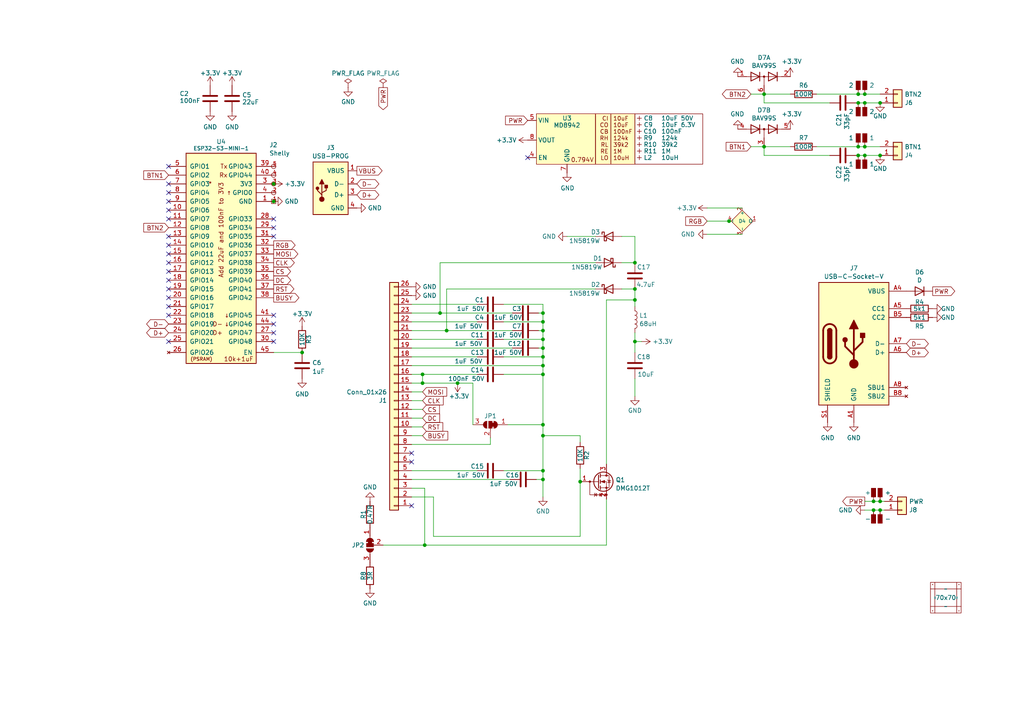
<source format=kicad_sch>
(kicad_sch (version 20230121) (generator eeschema)
  (paper "A4")
  (title_block (title "Waveshare EPD adapter") (rev "1") (comment 1 "@TheRealRevK") (comment 2 "www.me.uk"))
  (lib_symbols
    (symbol "Connector_Generic:Conn_01x02" (pin_names (offset 1.016) hide)
      (property "Reference" "J" (at 0 2.54 0))
      (property "Value" "Conn_01x02" (at 0 -5.08 0))
      (symbol "Conn_01x02_1_1"
        (pin passive line (at -5.08 0 0) (length 3.81) (name "Pin_1") (number "1"))
        (pin passive line (at -5.08 -2.54 0) (length 3.81) (name "Pin_2") (number "2"))
      )
    )
    (symbol "Connector_Generic:Conn_01x26" (pin_names (offset 1.016) hide)
      (property "Reference" "J" (at 0 33.02 0))
      (property "Value" "Conn_01x26" (at 0 -35.56 0))
      (symbol "Conn_01x26_1_1"
        (pin passive line (at -5.08 30.48 0) (length 3.81) (name "Pin_1") (number "1"))
        (pin passive line (at -5.08 7.62 0) (length 3.81) (name "Pin_10") (number "10"))
        (pin passive line (at -5.08 5.08 0) (length 3.81) (name "Pin_11") (number "11"))
        (pin passive line (at -5.08 2.54 0) (length 3.81) (name "Pin_12") (number "12"))
        (pin passive line (at -5.08 0 0) (length 3.81) (name "Pin_13") (number "13"))
        (pin passive line (at -5.08 -2.54 0) (length 3.81) (name "Pin_14") (number "14"))
        (pin passive line (at -5.08 -5.08 0) (length 3.81) (name "Pin_15") (number "15"))
        (pin passive line (at -5.08 -7.62 0) (length 3.81) (name "Pin_16") (number "16"))
        (pin passive line (at -5.08 -10.16 0) (length 3.81) (name "Pin_17") (number "17"))
        (pin passive line (at -5.08 -12.7 0) (length 3.81) (name "Pin_18") (number "18"))
        (pin passive line (at -5.08 -15.24 0) (length 3.81) (name "Pin_19") (number "19"))
        (pin passive line (at -5.08 27.94 0) (length 3.81) (name "Pin_2") (number "2"))
        (pin passive line (at -5.08 -17.78 0) (length 3.81) (name "Pin_20") (number "20"))
        (pin passive line (at -5.08 -20.32 0) (length 3.81) (name "Pin_21") (number "21"))
        (pin passive line (at -5.08 -22.86 0) (length 3.81) (name "Pin_22") (number "22"))
        (pin passive line (at -5.08 -25.4 0) (length 3.81) (name "Pin_23") (number "23"))
        (pin passive line (at -5.08 -27.94 0) (length 3.81) (name "Pin_24") (number "24"))
        (pin passive line (at -5.08 -30.48 0) (length 3.81) (name "Pin_25") (number "25"))
        (pin passive line (at -5.08 -33.02 0) (length 3.81) (name "Pin_26") (number "26"))
        (pin passive line (at -5.08 25.4 0) (length 3.81) (name "Pin_3") (number "3"))
        (pin passive line (at -5.08 22.86 0) (length 3.81) (name "Pin_4") (number "4"))
        (pin passive line (at -5.08 20.32 0) (length 3.81) (name "Pin_5") (number "5"))
        (pin passive line (at -5.08 17.78 0) (length 3.81) (name "Pin_6") (number "6"))
        (pin passive line (at -5.08 15.24 0) (length 3.81) (name "Pin_7") (number "7"))
        (pin passive line (at -5.08 12.7 0) (length 3.81) (name "Pin_8") (number "8"))
        (pin passive line (at -5.08 10.16 0) (length 3.81) (name "Pin_9") (number "9"))
      )
    )
    (symbol "Device:C" (pin_numbers hide) (pin_names (offset 0.254))
      (property "Reference" "C" (at 0.635 2.54 0))
      (property "Value" "C" (at 0.635 -2.54 0))
      (symbol "C_1_1"
        (pin passive line (at 0 3.81 270) (length 2.794) (name "~") (number "1"))
        (pin passive line (at 0 -3.81 90) (length 2.794) (name "~") (number "2"))
      )
    )
    (symbol "Device:D" (pin_numbers hide) (pin_names (offset 1.016) hide)
      (property "Reference" "D" (at 0 2.54 0))
      (property "Value" "D" (at 0 -2.54 0))
      (symbol "D_1_1"
        (pin passive line (at -3.81 0 0) (length 2.54) (name "K") (number "1"))
        (pin passive line (at 3.81 0 180) (length 2.54) (name "A") (number "2"))
      )
    )
    (symbol "Device:L" (pin_numbers hide) (pin_names (offset 1.016) hide)
      (property "Reference" "L" (at -1.27 0 90))
      (property "Value" "L" (at 1.905 0 90))
      (symbol "L_1_1"
        (pin passive line (at 0 3.81 270) (length 1.27) (name "1") (number "1"))
        (pin passive line (at 0 -3.81 90) (length 1.27) (name "2") (number "2"))
      )
    )
    (symbol "Device:R" (pin_numbers hide) (pin_names (offset 0))
      (property "Reference" "R" (at 2.032 0 90))
      (property "Value" "R" (at 0 0 90))
      (symbol "R_1_1"
        (pin passive line (at 0 3.81 270) (length 1.27) (name "~") (number "1"))
        (pin passive line (at 0 -3.81 90) (length 1.27) (name "~") (number "2"))
      )
    )
    (symbol "Diode:1N5819" (pin_numbers hide) (pin_names (offset 1.016) hide)
      (property "Reference" "D" (at 0 2.54 0))
      (property "Value" "1N5819" (at 0 -2.54 0))
      (symbol "1N5819_1_1"
        (pin passive line (at -3.81 0 0) (length 2.54) (name "K") (number "1"))
        (pin passive line (at 3.81 0 180) (length 2.54) (name "A") (number "2"))
      )
    )
    (symbol "Diode:BAV99S" (pin_names (offset 0.0254) hide)
      (property "Reference" "D" (at 0 2.54 0))
      (property "Value" "BAV99S" (at 0 5.08 0))
      (symbol "BAV99S_1_1"
        (pin passive line (at -7.62 0 0) (length 2.54) (name "A1") (number "1"))
        (pin passive line (at 7.62 0 180) (length 2.54) (name "K2") (number "2"))
        (pin passive line (at 0 -5.08 90) (length 2.54) (name "K3A4") (number "6"))
      )
      (symbol "BAV99S_2_1"
        (pin passive line (at 0 -5.08 90) (length 2.54) (name "K1A2") (number "3"))
        (pin passive line (at -7.62 0 0) (length 2.54) (name "A3") (number "4"))
        (pin passive line (at 7.62 0 180) (length 2.54) (name "K4") (number "5"))
      )
    )
    (symbol "Jumper:SolderJumper_3_Bridged12" (pin_names (offset 0) hide)
      (property "Reference" "JP" (at -2.54 -2.54 0))
      (property "Value" "SolderJumper_3_Bridged12" (at 0 2.794 0))
      (symbol "SolderJumper_3_Bridged12_1_1"
        (pin passive line (at -5.08 0 0) (length 2.54) (name "A") (number "1"))
        (pin passive line (at 0 -3.81 90) (length 2.54) (name "C") (number "2"))
        (pin passive line (at 5.08 0 180) (length 2.54) (name "B") (number "3"))
      )
    )
    (symbol "RevK:ESP32-S3-MINI-1-N4R2" (pin_names (offset 1.016))
      (property "Reference" "U" (at 0 27.94 0))
      (property "Value" "ESP32-S3-MINI-1-N4R2" (at 0 31.115 0))
      (symbol "ESP32-S3-MINI-1-N4R2_1_1"
        (text "(PSRAM)" (at -5.715 -29.21 0) (effects (font (size 1 1))))
        (text "*" (at -3.175 21.59 0) (effects (font (size 1.27 1.27))))
        (text "10k+1uF" (at 5.08 -29.21 0) (effects (font (size 1.27 1.27))))
        (text "Add 22uF and 100nF to 3V3" (at 0 8.255 900) (effects (font (size 1.27 1.27))))
        (text "D+" (at -2.54 -21.59 0) (effects (font (size 1.27 1.27)) (justify left)))
        (text "D-" (at -2.54 -19.05 0) (effects (font (size 1.27 1.27)) (justify left)))
        (text "Rx" (at 1.905 24.13 0) (effects (font (size 1.27 1.27)) (justify right)))
        (text "Tx" (at 1.905 26.67 0) (effects (font (size 1.27 1.27)) (justify right)))
        (text "↑" (at 3.175 19.05 0) (effects (font (size 1.27 1.27)) (justify right)))
        (text "↓" (at 2.54 -19.05 0) (effects (font (size 1.27 1.27)) (justify right)))
        (text "↓" (at 2.54 -16.51 0) (effects (font (size 1.27 1.27)) (justify right)))
        (pin power_in line (at 15.24 16.51 180) (length 5.08) (name "GND") (number "1"))
        (pin passive line (at -15.24 13.97 0) (length 5.08) (name "GPIO6") (number "10"))
        (pin passive line (at -15.24 11.43 0) (length 5.08) (name "GPIO7") (number "11"))
        (pin passive line (at -15.24 8.89 0) (length 5.08) (name "GPIO8") (number "12"))
        (pin passive line (at -15.24 6.35 0) (length 5.08) (name "GPIO9") (number "13"))
        (pin passive line (at -15.24 3.81 0) (length 5.08) (name "GPIO10") (number "14"))
        (pin passive line (at -15.24 1.27 0) (length 5.08) (name "GPIO11") (number "15"))
        (pin passive line (at -15.24 -1.27 0) (length 5.08) (name "GPIO12") (number "16"))
        (pin passive line (at -15.24 -3.81 0) (length 5.08) (name "GPIO13") (number "17"))
        (pin passive line (at -15.24 -6.35 0) (length 5.08) (name "GPIO14") (number "18"))
        (pin passive line (at -15.24 -8.89 0) (length 5.08) (name "GPIO15") (number "19"))
        (pin power_in line (at 15.24 16.51 180) (length 5.08) hide (name "GND") (number "2"))
        (pin passive line (at -15.24 -11.43 0) (length 5.08) (name "GPIO16") (number "20"))
        (pin passive line (at -15.24 -13.97 0) (length 5.08) (name "GPIO17") (number "21"))
        (pin passive line (at -15.24 -16.51 0) (length 5.08) (name "GPIO18") (number "22"))
        (pin passive line (at -15.24 -19.05 0) (length 5.08) (name "GPIO19") (number "23"))
        (pin passive line (at -15.24 -21.59 0) (length 5.08) (name "GPIO20") (number "24"))
        (pin passive line (at -15.24 -24.13 0) (length 5.08) (name "GPIO21") (number "25"))
        (pin no_connect line (at -15.24 -27.305 0) (length 5.08) (name "GPIO26") (number "26"))
        (pin passive line (at 15.24 -21.59 180) (length 5.08) (name "GPIO47") (number "27"))
        (pin passive line (at 15.24 11.43 180) (length 5.08) (name "GPIO33") (number "28"))
        (pin passive line (at 15.24 8.89 180) (length 5.08) (name "GPIO34") (number "29"))
        (pin power_in line (at 15.24 21.59 180) (length 5.08) (name "3V3") (number "3"))
        (pin passive line (at 15.24 -24.13 180) (length 5.08) (name "GPIO48") (number "30"))
        (pin passive line (at 15.24 6.35 180) (length 5.08) (name "GPIO35") (number "31"))
        (pin passive line (at 15.24 3.81 180) (length 5.08) (name "GPIO36") (number "32"))
        (pin passive line (at 15.24 1.27 180) (length 5.08) (name "GPIO37") (number "33"))
        (pin passive line (at 15.24 -1.27 180) (length 5.08) (name "GPIO38") (number "34"))
        (pin passive line (at 15.24 -3.81 180) (length 5.08) (name "GPIO39") (number "35"))
        (pin passive line (at 15.24 -6.35 180) (length 5.08) (name "GPIO40") (number "36"))
        (pin passive line (at 15.24 -8.89 180) (length 5.08) (name "GPIO41") (number "37"))
        (pin passive line (at 15.24 -11.43 180) (length 5.08) (name "GPIO42") (number "38"))
        (pin passive line (at 15.24 26.67 180) (length 5.08) (name "GPIO43") (number "39"))
        (pin passive line (at 15.24 19.05 180) (length 5.08) (name "GPIO0") (number "4"))
        (pin passive line (at 15.24 24.13 180) (length 5.08) (name "GPIO44") (number "40"))
        (pin passive line (at 15.24 -16.51 180) (length 5.08) (name "GPIO45") (number "41"))
        (pin power_in line (at 15.24 16.51 180) (length 5.08) hide (name "GND") (number "42"))
        (pin power_in line (at 15.24 16.51 180) (length 5.08) hide (name "GND") (number "43"))
        (pin passive line (at 15.24 -19.05 180) (length 5.08) (name "GPIO46") (number "44"))
        (pin input line (at 15.24 -27.305 180) (length 5.08) (name "EN") (number "45"))
        (pin power_in line (at 15.24 16.51 180) (length 5.08) hide (name "GND") (number "46"))
        (pin power_in line (at 15.24 16.51 180) (length 5.08) hide (name "GND") (number "47"))
        (pin power_in line (at 15.24 16.51 180) (length 5.08) hide (name "GND") (number "48"))
        (pin power_in line (at 15.24 16.51 180) (length 5.08) hide (name "GND") (number "49"))
        (pin passive line (at -15.24 26.67 0) (length 5.08) (name "GPIO1") (number "5"))
        (pin power_in line (at 15.24 16.51 180) (length 5.08) hide (name "GND") (number "50"))
        (pin power_in line (at 15.24 16.51 180) (length 5.08) hide (name "GND") (number "51"))
        (pin power_in line (at 15.24 16.51 180) (length 5.08) hide (name "GND") (number "52"))
        (pin power_in line (at 15.24 16.51 180) (length 5.08) hide (name "GND") (number "53"))
        (pin power_in line (at 15.24 16.51 180) (length 5.08) hide (name "GND") (number "54"))
        (pin power_in line (at 15.24 16.51 180) (length 5.08) hide (name "GND") (number "55"))
        (pin power_in line (at 15.24 16.51 180) (length 5.08) hide (name "GND") (number "56"))
        (pin power_in line (at 15.24 16.51 180) (length 5.08) hide (name "GND") (number "57"))
        (pin power_in line (at 15.24 16.51 180) (length 5.08) hide (name "GND") (number "58"))
        (pin power_in line (at 15.24 16.51 180) (length 5.08) hide (name "GND") (number "59"))
        (pin passive line (at -15.24 24.13 0) (length 5.08) (name "GPIO2") (number "6"))
        (pin power_in line (at 15.24 16.51 180) (length 5.08) hide (name "GND") (number "60"))
        (pin power_in line (at 15.24 16.51 180) (length 5.08) hide (name "GND") (number "61"))
        (pin power_in line (at 15.24 16.51 180) (length 5.08) hide (name "GND") (number "62"))
        (pin power_in line (at 15.24 16.51 180) (length 5.08) hide (name "GND") (number "63"))
        (pin power_in line (at 15.24 16.51 180) (length 5.08) hide (name "GND") (number "64"))
        (pin power_in line (at 15.24 16.51 180) (length 5.08) hide (name "GND") (number "65"))
        (pin passive line (at -15.24 21.59 0) (length 5.08) (name "GPIO3") (number "7"))
        (pin passive line (at -15.24 19.05 0) (length 5.08) (name "GPIO4") (number "8"))
        (pin passive line (at -15.24 16.51 0) (length 5.08) (name "GPIO5") (number "9"))
      )
    )
    (symbol "RevK:Hidden" (pin_names (offset 1.016)) (in_bom no)
      (property "Reference" "Z" (at 0.635 0 0))
      (property "Value" "Hidden" (at 4.445 0 0))
    )
    (symbol "RevK:MD89420-RegBlock"
      (property "Reference" "U" (at -0.635 4.445 0))
      (property "Value" "MD8942" (at 0 6.35 0))
      (symbol "MD89420-RegBlock_1_1"
        (text "0.794V" (at 4.445 -5.715 0) (effects (font (size 1.27 1.27))))
        (text "10uF\n10uF\n100nF\n124k\n39k2\n1M\n10uH" (at 13.335 6.985 0) (effects (font (size 1.185 1.185)) (justify left top)))
        (text "CI\nCO\nCB\nRH\nRL\nRE\nLO" (at 12.065 6.985 0) (effects (font (size 1.185 1.185)) (justify right top)))
        (pin no_connect line (at 5.715 0 0) (length 2.54) hide (name "") (number "1"))
        (pin power_in line (at 0 -9.525 90) (length 2.54) hide (name "GND") (number "2"))
        (pin no_connect line (at 5.715 1.905 0) (length 2.54) hide (name "") (number "3"))
        (pin input line (at -11.43 -5.08 0) (length 2.54) (name "EN") (number "4"))
        (pin power_in line (at -11.43 5.715 0) (length 2.54) (name "VIN") (number "5"))
        (pin no_connect line (at 5.715 -1.905 0) (length 2.54) hide (name "") (number "6"))
        (pin power_in line (at 0 -9.525 90) (length 2.54) (name "GND") (number "7"))
        (pin power_out line (at -11.43 0 0) (length 2.54) (name "VOUT") (number "8"))
      )
    )
    (symbol "RevK:PCB" (in_bom no)
      (property "Value" "XxY" (at 0 0 0))
    )
    (symbol "RevK:Shelly" (in_bom no)
      (property "Reference" "J" (at 2.54 -8.255 0))
      (property "Value" "Shelly" (at 2.54 9.525 0))
      (symbol "Shelly_1_1"
        (pin passive line (at 0 -5.08 0) (length 0.64) (name "GND") (number "1"))
        (pin passive line (at 0 -2.54 0) (length 0.64) (name "0") (number "2"))
        (pin passive line (at 0 0 0) (length 0.64) (name "3V3") (number "3"))
        (pin passive line (at 0 2.54 0) (length 0.64) (name "Rx") (number "4"))
        (pin passive line (at 0 5.08 0) (length 0.64) (name "Tx") (number "5"))
      )
    )
    (symbol "RevK:Si1308EDL" (pin_names (offset 0) hide)
      (property "Reference" "Q" (at 5.08 1.905 0))
      (property "Value" "DMG1012T" (at 5.08 0 0))
      (symbol "Si1308EDL_1_1"
        (pin input line (at -5.08 0 0) (length 2.54) (name "G") (number "1"))
        (pin passive line (at 2.54 -5.08 90) (length 2.54) (name "S") (number "2"))
        (pin passive line (at 2.54 5.08 270) (length 2.54) (name "D") (number "3"))
      )
    )
    (symbol "RevK:SolderPad" (in_bom no)
      (property "Value" "SolderPad" (at 3.81 0 0))
      (symbol "SolderPad_1_1"
        (pin passive line (at 0 0 0) (length 1.27) (name "P") (number "1"))
      )
    )
    (symbol "RevK:USB-C-Socket-H" (pin_names (offset 1.016))
      (property "Reference" "J" (at -10.16 19.05 0))
      (property "Value" "USB-C-Socket-V" (at 0.635 12.7 0))
      (symbol "USB-C-Socket-H_1_1"
        (pin passive line (at 0 -22.86 90) (length 5.08) (name "GND") (number "A1"))
        (pin passive line (at 0 -22.86 90) (length 5.08) hide (name "GND") (number "A12"))
        (pin passive line (at 15.24 15.24 180) (length 5.08) (name "VBUS") (number "A4"))
        (pin bidirectional line (at 15.24 10.16 180) (length 5.08) (name "CC1") (number "A5"))
        (pin bidirectional line (at 15.24 -2.54 180) (length 5.08) (name "D+") (number "A6"))
        (pin bidirectional line (at 15.24 0 180) (length 5.08) (name "D-") (number "A7"))
        (pin no_connect line (at 15.24 -12.7 180) (length 5.08) (name "SBU1") (number "A8"))
        (pin passive line (at 15.24 15.24 180) (length 5.08) hide (name "VBUS") (number "A9"))
        (pin passive line (at 0 -22.86 90) (length 5.08) hide (name "GND") (number "B1"))
        (pin passive line (at 0 -22.86 90) (length 5.08) hide (name "GND") (number "B12"))
        (pin passive line (at 15.24 15.24 180) (length 5.08) hide (name "VBUS") (number "B4"))
        (pin bidirectional line (at 15.24 7.62 180) (length 5.08) (name "CC2") (number "B5"))
        (pin bidirectional line (at 15.24 -2.54 180) (length 5.08) hide (name "D+") (number "B6"))
        (pin bidirectional line (at 15.24 0 180) (length 5.08) hide (name "D-") (number "B7"))
        (pin no_connect line (at 15.24 -15.24 180) (length 5.08) (name "SBU2") (number "B8"))
        (pin passive line (at 15.24 15.24 180) (length 5.08) hide (name "VBUS") (number "B9"))
        (pin passive line (at -7.62 -22.86 90) (length 5.08) (name "SHIELD") (number "S1"))
      )
    )
    (symbol "RevK:USB-PROG" (pin_names (offset 1.016)) (in_bom no)
      (property "Reference" "J" (at -5.08 11.43 0))
      (property "Value" "USB-PROG" (at -5.08 8.89 0))
      (symbol "USB-PROG_1_1"
        (pin passive line (at 7.62 5.08 180) (length 2.54) (name "VBUS") (number "1"))
        (pin bidirectional line (at 7.62 1.27 180) (length 2.54) (name "D-") (number "2"))
        (pin bidirectional line (at 7.62 -1.905 180) (length 2.54) (name "D+") (number "3"))
        (pin passive line (at 7.62 -5.715 180) (length 2.54) (name "GND") (number "4"))
      )
    )
    (symbol "RevK:VCUT" (in_bom no))
    (symbol "RevK:WS2812B-1mm" (pin_names (offset 0.254))
      (property "Reference" "D" (at 0 0 0))
      (symbol "WS2812B-1mm_1_1"
        (pin output line (at 3.81 0 180) (length 0.5) (name "O") (number "1"))
        (pin power_in line (at 0 -3.81 90) (length 0.5) (name "+") (number "2"))
        (pin power_in line (at 0 3.81 270) (length 0.5) (name "-") (number "3"))
        (pin input line (at -3.81 0 0) (length 0.5) (name "I") (number "4"))
      )
    )
    (symbol "power:+3.3V" (power) (pin_names (offset 0))
      (property "Value" "+3.3V" (at 0 3.556 0))
      (symbol "+3.3V_1_1"
        (pin power_in line (at 0 0 90) (length 0) hide (name "+3.3V") (number "1"))
      )
    )
    (symbol "power:GND" (power) (pin_names (offset 0))
      (property "Value" "GND" (at 0 -3.81 0))
      (symbol "GND_1_1"
        (pin power_in line (at 0 0 270) (length 0) hide (name "GND") (number "1"))
      )
    )
    (symbol "power:PWR_FLAG" (power) (pin_numbers hide) (pin_names (offset 0) hide)
      (property "Value" "PWR_FLAG" (at 0 3.81 0))
      (symbol "PWR_FLAG_0_0"
        (pin power_out line (at 0 0 90) (length 0) (name "pwr") (number "1"))
      )
    )
  )
  (junction (at 248.92 27.305))
  (junction (at 255.27 145.415))
  (junction (at 250.825 42.545))
  (junction (at 132.715 111.125))
  (junction (at 87.63 102.235))
  (junction (at 157.48 103.505))
  (junction (at 184.15 86.995))
  (junction (at 248.92 29.845))
  (junction (at 157.48 139.065))
  (junction (at 127.635 90.805))
  (junction (at 184.15 76.2))
  (junction (at 129.54 95.885))
  (junction (at 79.375 53.34))
  (junction (at 248.92 42.545))
  (junction (at 184.15 83.82))
  (junction (at 157.48 90.805))
  (junction (at 157.48 136.525))
  (junction (at 157.48 123.19))
  (junction (at 79.375 58.42))
  (junction (at 123.19 158.115))
  (junction (at 253.365 145.415))
  (junction (at 122.555 111.125))
  (junction (at 255.27 147.955))
  (junction (at 157.48 98.425))
  (junction (at 157.48 108.585))
  (junction (at 157.48 106.045))
  (junction (at 253.365 147.955))
  (junction (at 255.27 45.085))
  (junction (at 250.825 29.845))
  (junction (at 255.27 29.845))
  (junction (at 157.48 100.965))
  (junction (at 157.48 126.365))
  (junction (at 221.615 27.305))
  (junction (at 211.455 64.135))
  (junction (at 184.15 99.06))
  (junction (at 122.555 108.585))
  (junction (at 168.275 139.7))
  (junction (at 250.825 45.085))
  (junction (at 221.615 42.545))
  (junction (at 157.48 95.885))
  (junction (at 248.92 45.085))
  (junction (at 157.48 93.345))
  (junction (at 250.825 27.305))
  (no_connect (at 48.895 78.74))
  (no_connect (at 48.895 63.5))
  (no_connect (at 48.895 76.2))
  (no_connect (at 48.895 55.88))
  (no_connect (at 48.895 91.44))
  (no_connect (at 119.38 131.445))
  (no_connect (at 48.895 48.26))
  (no_connect (at 79.375 91.44))
  (no_connect (at 79.375 99.06))
  (no_connect (at 79.375 96.52))
  (no_connect (at 48.895 58.42))
  (no_connect (at 153.035 45.72))
  (no_connect (at 48.895 53.34))
  (no_connect (at 48.895 81.28))
  (no_connect (at 48.895 88.9))
  (no_connect (at 48.895 83.82))
  (no_connect (at 48.895 71.12))
  (no_connect (at 79.375 68.58))
  (no_connect (at 119.38 146.685))
  (no_connect (at 48.895 68.58))
  (no_connect (at 119.38 133.985))
  (no_connect (at 48.895 99.06))
  (no_connect (at 79.375 93.98))
  (no_connect (at 79.375 66.04))
  (no_connect (at 79.375 63.5))
  (no_connect (at 48.895 60.96))
  (no_connect (at 48.895 86.36))
  (no_connect (at 48.895 73.66))
  (wire (pts (xy 146.05 108.585) (xy 157.48 108.585)))
  (wire (pts (xy 236.855 42.545) (xy 248.92 42.545)))
  (wire (pts (xy 127.635 90.805) (xy 148.59 90.805)))
  (wire (pts (xy 248.92 27.305) (xy 250.825 27.305)))
  (wire (pts (xy 184.15 99.06) (xy 186.055 99.06)))
  (wire (pts (xy 119.38 121.285) (xy 122.555 121.285)))
  (wire (pts (xy 119.38 141.605) (xy 123.19 141.605)))
  (wire (pts (xy 205.105 67.945) (xy 215.265 67.945)))
  (wire (pts (xy 147.32 123.19) (xy 157.48 123.19)))
  (wire (pts (xy 125.73 144.145) (xy 125.73 155.575)))
  (wire (pts (xy 157.48 108.585) (xy 157.48 123.19)))
  (wire (pts (xy 119.38 111.125) (xy 122.555 111.125)))
  (wire (pts (xy 123.19 141.605) (xy 123.19 158.115)))
  (wire (pts (xy 248.92 42.545) (xy 250.825 42.545)))
  (wire (pts (xy 205.105 60.325) (xy 215.265 60.325)))
  (wire (pts (xy 157.48 123.19) (xy 157.48 126.365)))
  (wire (pts (xy 119.38 118.745) (xy 122.555 118.745)))
  (wire (pts (xy 119.38 93.345) (xy 138.43 93.345)))
  (wire (pts (xy 248.285 45.085) (xy 248.92 45.085)))
  (wire (pts (xy 156.21 100.965) (xy 157.48 100.965)))
  (wire (pts (xy 168.275 128.27) (xy 168.275 126.365)))
  (wire (pts (xy 119.38 128.905) (xy 142.24 128.905)))
  (wire (pts (xy 248.92 29.845) (xy 250.825 29.845)))
  (wire (pts (xy 157.48 103.505) (xy 157.48 106.045)))
  (wire (pts (xy 119.38 90.805) (xy 127.635 90.805)))
  (wire (pts (xy 157.48 98.425) (xy 157.48 95.885)))
  (wire (pts (xy 156.21 95.885) (xy 157.48 95.885)))
  (wire (pts (xy 157.48 108.585) (xy 157.48 106.045)))
  (wire (pts (xy 119.38 113.665) (xy 122.555 113.665)))
  (wire (pts (xy 119.38 108.585) (xy 122.555 108.585)))
  (wire (pts (xy 168.275 126.365) (xy 157.48 126.365)))
  (wire (pts (xy 123.19 158.115) (xy 175.895 158.115)))
  (wire (pts (xy 250.825 27.305) (xy 255.27 27.305)))
  (wire (pts (xy 119.38 116.205) (xy 122.555 116.205)))
  (wire (pts (xy 250.825 145.415) (xy 253.365 145.415)))
  (wire (pts (xy 119.38 123.825) (xy 122.555 123.825)))
  (wire (pts (xy 157.48 88.265) (xy 146.05 88.265)))
  (wire (pts (xy 129.54 95.885) (xy 129.54 83.82)))
  (wire (pts (xy 180.34 76.2) (xy 184.15 76.2)))
  (wire (pts (xy 184.15 86.995) (xy 184.15 88.9)))
  (wire (pts (xy 119.38 136.525) (xy 138.43 136.525)))
  (wire (pts (xy 248.92 45.085) (xy 250.825 45.085)))
  (wire (pts (xy 221.615 42.545) (xy 221.615 45.085)))
  (wire (pts (xy 157.48 100.965) (xy 157.48 98.425)))
  (wire (pts (xy 175.895 144.78) (xy 175.895 158.115)))
  (wire (pts (xy 212.09 64.135) (xy 211.455 64.135)))
  (wire (pts (xy 119.38 95.885) (xy 129.54 95.885)))
  (wire (pts (xy 250.825 147.955) (xy 253.365 147.955)))
  (wire (pts (xy 236.855 27.305) (xy 248.92 27.305)))
  (wire (pts (xy 142.24 128.905) (xy 142.24 127)))
  (wire (pts (xy 221.615 27.305) (xy 221.615 29.845)))
  (wire (pts (xy 125.73 155.575) (xy 168.275 155.575)))
  (wire (pts (xy 217.805 27.305) (xy 221.615 27.305)))
  (wire (pts (xy 119.38 139.065) (xy 147.955 139.065)))
  (wire (pts (xy 157.48 126.365) (xy 157.48 136.525)))
  (wire (pts (xy 157.48 136.525) (xy 146.05 136.525)))
  (wire (pts (xy 119.38 88.265) (xy 138.43 88.265)))
  (wire (pts (xy 168.275 139.7) (xy 168.275 135.89)))
  (wire (pts (xy 129.54 83.82) (xy 172.72 83.82)))
  (wire (pts (xy 111.125 158.115) (xy 123.19 158.115)))
  (wire (pts (xy 146.05 98.425) (xy 157.48 98.425)))
  (wire (pts (xy 157.48 90.805) (xy 157.48 88.265)))
  (wire (pts (xy 253.365 147.955) (xy 255.27 147.955)))
  (wire (pts (xy 205.105 64.135) (xy 211.455 64.135)))
  (wire (pts (xy 79.375 102.235) (xy 87.63 102.235)))
  (wire (pts (xy 184.15 109.855) (xy 184.15 114.935)))
  (wire (pts (xy 180.34 68.58) (xy 184.15 68.58)))
  (wire (pts (xy 129.54 95.885) (xy 148.59 95.885)))
  (wire (pts (xy 127.635 76.2) (xy 172.72 76.2)))
  (wire (pts (xy 184.15 86.995) (xy 175.895 86.995)))
  (wire (pts (xy 184.15 99.06) (xy 184.15 102.235)))
  (wire (pts (xy 217.805 42.545) (xy 221.615 42.545)))
  (wire (pts (xy 164.465 68.58) (xy 172.72 68.58)))
  (wire (pts (xy 157.48 139.065) (xy 155.575 139.065)))
  (wire (pts (xy 168.275 139.7) (xy 168.275 155.575)))
  (wire (pts (xy 132.715 111.125) (xy 137.16 111.125)))
  (wire (pts (xy 221.615 27.305) (xy 229.235 27.305)))
  (wire (pts (xy 250.825 42.545) (xy 255.27 42.545)))
  (wire (pts (xy 119.38 98.425) (xy 138.43 98.425)))
  (wire (pts (xy 157.48 93.345) (xy 157.48 90.805)))
  (wire (pts (xy 157.48 139.065) (xy 157.48 144.145)))
  (wire (pts (xy 122.555 108.585) (xy 138.43 108.585)))
  (wire (pts (xy 248.285 29.845) (xy 248.92 29.845)))
  (wire (pts (xy 157.48 95.885) (xy 157.48 93.345)))
  (wire (pts (xy 156.21 90.805) (xy 157.48 90.805)))
  (wire (pts (xy 221.615 42.545) (xy 229.235 42.545)))
  (wire (pts (xy 184.15 68.58) (xy 184.15 76.2)))
  (wire (pts (xy 146.05 103.505) (xy 157.48 103.505)))
  (wire (pts (xy 250.825 45.085) (xy 255.27 45.085)))
  (wire (pts (xy 180.34 83.82) (xy 184.15 83.82)))
  (wire (pts (xy 127.635 90.805) (xy 127.635 76.2)))
  (wire (pts (xy 250.825 29.845) (xy 255.27 29.845)))
  (wire (pts (xy 221.615 45.085) (xy 240.665 45.085)))
  (wire (pts (xy 221.615 29.845) (xy 240.665 29.845)))
  (wire (pts (xy 146.05 93.345) (xy 157.48 93.345)))
  (wire (pts (xy 122.555 111.125) (xy 132.715 111.125)))
  (wire (pts (xy 157.48 136.525) (xy 157.48 139.065)))
  (wire (pts (xy 119.38 106.045) (xy 157.48 106.045)))
  (wire (pts (xy 253.365 145.415) (xy 255.27 145.415)))
  (wire (pts (xy 119.38 126.365) (xy 122.555 126.365)))
  (wire (pts (xy 119.38 100.965) (xy 148.59 100.965)))
  (wire (pts (xy 119.38 103.505) (xy 138.43 103.505)))
  (wire (pts (xy 157.48 100.965) (xy 157.48 103.505)))
  (wire (pts (xy 184.15 96.52) (xy 184.15 99.06)))
  (wire (pts (xy 184.15 83.82) (xy 184.15 86.995)))
  (wire (pts (xy 119.38 144.145) (xy 125.73 144.145)))
  (wire (pts (xy 175.895 86.995) (xy 175.895 134.62)))
  (wire (pts (xy 255.27 147.955) (xy 256.54 147.955)))
  (wire (pts (xy 137.16 111.125) (xy 137.16 123.19)))
  (wire (pts (xy 122.555 108.585) (xy 122.555 111.125)))
  (wire (pts (xy 255.27 145.415) (xy 256.54 145.415)))
  (global_label "BTN2" (shape bidirectional) (at 217.805 27.305 180) (property "Intersheetrefs" "${INTERSHEET_REFS}" (effects hide)))
  (global_label "BTN2" (shape input) (at 48.895 66.04 180) (property "Intersheetrefs" "${INTERSHEET_REFS}" (effects hide)))
  (global_label "CLK" (shape input) (at 122.555 116.205 0) (property "Intersheetrefs" "${INTERSHEET_REFS}" (effects hide)))
  (global_label "MOSI" (shape output) (at 79.375 73.66 0) (property "Intersheetrefs" "${INTERSHEET_REFS}" (effects hide)))
  (global_label "VBUS" (shape output) (at 103.505 49.53 0) (property "Intersheetrefs" "${INTERSHEET_REFS}" (effects hide)))
  (global_label "BUSY" (shape output) (at 79.375 86.36 0) (property "Intersheetrefs" "${INTERSHEET_REFS}" (effects hide)))
  (global_label "PWR" (shape output) (at 270.51 84.455 0) (property "Intersheetrefs" "${INTERSHEET_REFS}" (effects hide)))
  (global_label "D+" (shape bidirectional) (at 262.89 102.235 0) (property "Intersheetrefs" "${INTERSHEET_REFS}" (effects hide)))
  (global_label "RGB" (shape input) (at 205.105 64.135 180) (property "Intersheetrefs" "${INTERSHEET_REFS}" (effects hide)))
  (global_label "PWR" (shape output) (at 250.825 145.415 180) (property "Intersheetrefs" "${INTERSHEET_REFS}" (effects hide)))
  (global_label "PWR" (shape input) (at 153.035 34.925 180) (property "Intersheetrefs" "${INTERSHEET_REFS}" (effects hide)))
  (global_label "BUSY" (shape input) (at 122.555 126.365 0) (property "Intersheetrefs" "${INTERSHEET_REFS}" (effects hide)))
  (global_label "DC" (shape output) (at 79.375 81.28 0) (property "Intersheetrefs" "${INTERSHEET_REFS}" (effects hide)))
  (global_label "CS" (shape input) (at 122.555 118.745 0) (property "Intersheetrefs" "${INTERSHEET_REFS}" (effects hide)))
  (global_label "D+" (shape bidirectional) (at 48.895 96.52 180) (property "Intersheetrefs" "${INTERSHEET_REFS}" (effects hide)))
  (global_label "PWR" (shape output) (at 111.125 25.4 270) (property "Intersheetrefs" "${INTERSHEET_REFS}" (effects hide)))
  (global_label "RST" (shape output) (at 79.375 83.82 0) (property "Intersheetrefs" "${INTERSHEET_REFS}" (effects hide)))
  (global_label "CS" (shape output) (at 79.375 78.74 0) (property "Intersheetrefs" "${INTERSHEET_REFS}" (effects hide)))
  (global_label "D-" (shape bidirectional) (at 262.89 99.695 0) (property "Intersheetrefs" "${INTERSHEET_REFS}" (effects hide)))
  (global_label "RGB" (shape output) (at 79.375 71.12 0) (property "Intersheetrefs" "${INTERSHEET_REFS}" (effects hide)))
  (global_label "D-" (shape bidirectional) (at 48.895 93.98 180) (property "Intersheetrefs" "${INTERSHEET_REFS}" (effects hide)))
  (global_label "MOSI" (shape input) (at 122.555 113.665 0) (property "Intersheetrefs" "${INTERSHEET_REFS}" (effects hide)))
  (global_label "D+" (shape bidirectional) (at 103.505 56.515 0) (property "Intersheetrefs" "${INTERSHEET_REFS}" (effects hide)))
  (global_label "CLK" (shape output) (at 79.375 76.2 0) (property "Intersheetrefs" "${INTERSHEET_REFS}" (effects hide)))
  (global_label "D-" (shape bidirectional) (at 103.505 53.34 0) (property "Intersheetrefs" "${INTERSHEET_REFS}" (effects hide)))
  (global_label "BTN1" (shape input) (at 48.895 50.8 180) (property "Intersheetrefs" "${INTERSHEET_REFS}" (effects hide)))
  (global_label "DC" (shape input) (at 122.555 121.285 0) (property "Intersheetrefs" "${INTERSHEET_REFS}" (effects hide)))
  (global_label "RST" (shape input) (at 122.555 123.825 0) (property "Intersheetrefs" "${INTERSHEET_REFS}" (effects hide)))
  (global_label "BTN1" (shape input) (at 217.805 42.545 180) (property "Intersheetrefs" "${INTERSHEET_REFS}" (effects hide)))
  (symbol (lib_id "power:GND") (at 100.965 25.4 0) (unit 1)
    (property "Reference" "#PWR029" (effects hide))
    (property "Value" "GND" (at 100.965 29.5331 0))
  )
  (symbol (lib_id "RevK:Shelly") (at 79.375 53.34 0) (unit 1) (in_bom no)
    (property "Reference" "J2" (at 78.105 42.0258 0) (effects (justify left)))
    (property "Value" "Shelly" (at 78.105 44.45 0) (effects (justify left)))
    (property "Footprint" "RevK:Shelly" (effects hide))
  )
  (symbol (lib_id "RevK:Si1308EDL") (at 173.355 139.7 0) (unit 1)
    (property "Reference" "Q1" (at 178.562 139.1864 0) (effects (justify left)))
    (property "Value" "DMG1012T" (at 178.562 141.6106 0) (effects (justify left)))
    (property "Footprint" "RevK:SOT-323_SC-70-3" (effects hide))
    (property "LCSC Part #" "C469327" (effects hide))
  )
  (symbol (lib_id "Diode:BAV99S") (at 221.615 22.225 0) (unit 1)
    (property "Reference" "D7" (at 221.615 16.7132 0))
    (property "Value" "BAV99S" (at 221.615 19.0246 0))
    (property "Footprint" "RevK:SOT-363_SC-70-6" (effects hide))
    (property "Datasheet" "https://assets.nexperia.com/documents/data-sheet/BAV99_SER.pdf" (effects hide))
    (property "JLCPCB Rotation Offset" "-90" (effects hide))
  )
  (symbol (lib_id "RevK:Hidden") (at 185.42 38.1 90) (unit 1)
    (property "Reference" "C10" (at 190.5 38.1 90) (effects (justify left)))
    (property "Value" "100nF" (at 191.77 38.1 90) (effects (justify right)))
    (property "Footprint" "RevK:C_0603_" (effects hide))
  )
  (symbol (lib_id "Device:C") (at 152.4 90.805 90) (unit 1)
    (property "Reference" "C3" (at 149.86 89.535 90))
    (property "Value" "1uF 50V" (at 147.32 92.075 90))
    (property "Footprint" "RevK:C_0402" (effects hide))
  )
  (symbol (lib_id "Device:C") (at 142.24 136.525 90) (unit 1)
    (property "Reference" "C15" (at 138.43 135.255 90))
    (property "Value" "1uF 50V" (at 136.525 137.795 90))
    (property "Footprint" "RevK:C_0402" (effects hide))
  )
  (symbol (lib_id "power:+3.3V") (at 87.63 94.615 0) (unit 1)
    (property "Reference" "#PWR014" (effects hide))
    (property "Value" "+3.3V" (at 87.63 91.0392 0))
  )
  (symbol (lib_id "Diode:1N5819") (at 176.53 76.2 180) (unit 1)
    (property "Reference" "D1" (at 173.355 74.93 0))
    (property "Value" "1N5819W" (at 170.18 77.47 0))
    (property "Footprint" "RevK:D_SOD-123" (effects hide))
    (property "LCSC Part #" "C2905650" (effects hide))
  )
  (symbol (lib_id "power:GND") (at 157.48 144.145 0) (unit 1)
    (property "Reference" "#PWR09" (effects hide))
    (property "Value" "GND" (at 157.48 148.2781 0))
  )
  (symbol (lib_id "Diode:1N5819") (at 176.53 68.58 0) (unit 1)
    (property "Reference" "D3" (at 172.72 67.31 0))
    (property "Value" "1N5819W" (at 169.545 69.85 0))
    (property "Footprint" "RevK:D_SOD-123" (effects hide))
    (property "LCSC Part #" "C2905650" (effects hide))
  )
  (symbol (lib_id "Device:R") (at 233.045 27.305 270) (unit 1)
    (property "Reference" "R6" (at 233.045 24.765 90))
    (property "Value" "100R" (at 233.045 27.305 90))
    (property "Footprint" "RevK:R_0402" (effects hide))
  )
  (symbol (lib_id "Device:R") (at 168.275 132.08 0) (unit 1)
    (property "Reference" "R2" (at 170.18 132.08 90))
    (property "Value" "10K" (at 168.275 132.08 90))
    (property "Footprint" "RevK:R_0402" (effects hide))
  )
  (symbol (lib_id "RevK:SolderPad") (at 248.92 45.085 90) (mirror x) (unit 1) (in_bom no)
    (property "Reference" "P12" (effects hide))
    (property "Value" "1" (at 247.5738 47.625 90) (effects (justify left)))
    (property "Footprint" "RevK:SolderPadSmall" (effects hide))
  )
  (symbol (lib_id "RevK:USB-PROG") (at 95.885 54.61 0) (unit 1) (in_bom no)
    (property "Reference" "J3" (at 95.885 42.8457 0))
    (property "Value" "USB-PROG" (at 95.885 45.2699 0))
    (property "Footprint" "RevK:USB-PROG" (effects hide))
    (property "Datasheet" " ~" (effects hide))
  )
  (symbol (lib_id "power:GND") (at 67.31 32.385 0) (unit 1)
    (property "Reference" "#PWR011" (effects hide))
    (property "Value" "GND" (at 67.31 36.8284 0))
  )
  (symbol (lib_id "Device:C") (at 152.4 95.885 90) (unit 1)
    (property "Reference" "C7" (at 149.86 94.615 90))
    (property "Value" "1uF 50V" (at 147.32 97.155 90))
    (property "Footprint" "RevK:C_0402" (effects hide))
  )
  (symbol (lib_id "power:GND") (at 270.51 89.535 90) (unit 1)
    (property "Reference" "#PWR037" (effects hide))
    (property "Value" "GND" (at 274.9534 89.535 90))
  )
  (symbol (lib_id "power:GND") (at 119.38 85.725 90) (unit 1)
    (property "Reference" "#PWR03" (effects hide))
    (property "Value" "GND" (at 122.5549 85.725 90) (effects (justify right)))
  )
  (symbol (lib_id "power:+3.3V") (at 229.235 37.465 0) (unit 1)
    (property "Reference" "#PWR043" (effects hide))
    (property "Value" "+3.3V" (at 229.616 33.0708 0))
  )
  (symbol (lib_id "power:GND") (at 87.63 109.855 0) (unit 1)
    (property "Reference" "#PWR015" (effects hide))
    (property "Value" "GND" (at 87.63 114.2984 0))
  )
  (symbol (lib_id "power:GND") (at 107.315 145.415 180) (unit 1)
    (property "Reference" "#PWR047" (effects hide))
    (property "Value" "GND" (at 107.315 141.2819 0))
  )
  (symbol (lib_id "power:+3.3V") (at 229.235 22.225 0) (unit 1)
    (property "Reference" "#PWR042" (effects hide))
    (property "Value" "+3.3V" (at 229.616 17.8308 0))
  )
  (symbol (lib_id "Connector_Generic:Conn_01x02") (at 260.35 29.845 0) (mirror x) (unit 1) (in_bom no)
    (property "Reference" "J6" (at 262.382 29.7871 0) (effects (justify left)))
    (property "Value" "BTN2" (at 262.382 27.3629 0) (effects (justify left)))
    (property "Footprint" "RevK:PTSM-HH-2-RA" (effects hide))
  )
  (symbol (lib_id "Device:C") (at 142.24 93.345 90) (unit 1)
    (property "Reference" "C4" (at 139.065 92.075 90))
    (property "Value" "1uF 50V" (at 135.89 94.615 90))
    (property "Footprint" "RevK:C_0402" (effects hide))
  )
  (symbol (lib_id "RevK:WS2812B-1mm") (at 215.265 64.135 0) (mirror x) (unit 1)
    (property "Reference" "D4" (at 215.265 64.135 0) (effects (font (size 1 1))))
    (property "Value" "XL-1010RGBC-WS2812B" (effects hide))
    (property "Footprint" "RevK:SMD1010" (effects hide))
    (property "Datasheet" "https://datasheet.lcsc.com/lcsc/2301111010_XINGLIGHT-XL-1010RGBC-WS2812B_C5349953.pdf" (effects hide))
    (property "LCSC Part #" "C5349953" (effects hide))
  )
  (symbol (lib_id "power:PWR_FLAG") (at 111.125 25.4 0) (unit 1)
    (property "Reference" "#FLG02" (effects hide))
    (property "Value" "PWR_FLAG" (at 111.125 21.2669 0))
  )
  (symbol (lib_id "power:+3.3V") (at 79.375 53.34 270) (unit 1)
    (property "Reference" "#PWR012" (effects hide))
    (property "Value" "+3.3V" (at 82.55 53.34 90) (effects (justify left)))
  )
  (symbol (lib_id "RevK:Hidden") (at 185.42 40.005 0) (unit 1)
    (property "Reference" "R9" (at 187.96 40.005 0))
    (property "Value" "124k" (at 191.77 40.005 0) (effects (justify left)))
    (property "Footprint" "RevK:R_0402_" (effects hide))
  )
  (symbol (lib_id "RevK:SolderPad") (at 253.365 145.415 90) (unit 1) (in_bom no)
    (property "Reference" "P7" (effects hide))
    (property "Value" "+" (at 250.825 142.875 90) (effects (justify right)))
    (property "Footprint" "RevK:SolderPadSmall" (effects hide))
  )
  (symbol (lib_id "Jumper:SolderJumper_3_Bridged12") (at 107.315 158.115 90) (mirror x) (unit 1) (in_bom no)
    (property "Reference" "JP2" (at 105.6641 158.115 90) (effects (justify left)))
    (property "Value" "SolderJumper_3_Bridged12" (effects hide))
    (property "Footprint" "RevK:SolderJumper3" (effects hide))
  )
  (symbol (lib_id "power:GND") (at 213.995 37.465 180) (unit 1)
    (property "Reference" "#PWR041" (effects hide))
    (property "Value" "GND" (at 213.868 33.0708 0))
  )
  (symbol (lib_id "power:GND") (at 79.375 58.42 90) (unit 1)
    (property "Reference" "#PWR013" (effects hide))
    (property "Value" "GND" (at 82.55 58.42 90) (effects (justify right)))
  )
  (symbol (lib_id "Device:D") (at 266.7 84.455 180) (unit 1)
    (property "Reference" "D6" (at 266.7 78.9432 0))
    (property "Value" "D" (at 266.7 81.2546 0))
    (property "Footprint" "RevK:D_SOD-123" (effects hide))
    (property "LCSC Part #" "C1884542" (effects hide))
    (property "Sim.Device" "D" (effects hide))
    (property "Sim.Pins" "1=K 2=A" (effects hide))
  )
  (symbol (lib_id "power:+3.3V") (at 205.105 60.325 90) (unit 1)
    (property "Reference" "#PWR028" (effects hide))
    (property "Value" "+3.3V" (at 196.215 60.325 90) (effects (justify right)))
  )
  (symbol (lib_id "power:GND") (at 119.38 83.185 90) (unit 1)
    (property "Reference" "#PWR08" (effects hide))
    (property "Value" "GND" (at 122.5549 83.185 90) (effects (justify right)))
  )
  (symbol (lib_id "Device:C") (at 142.24 108.585 90) (unit 1)
    (property "Reference" "C14" (at 138.43 107.315 90))
    (property "Value" "100nF 50V" (at 135.255 109.855 90))
    (property "Footprint" "RevK:C_0402" (effects hide))
  )
  (symbol (lib_id "RevK:SolderPad") (at 250.825 42.545 90) (unit 1) (in_bom no)
    (property "Reference" "P5" (effects hide))
    (property "Value" "1" (at 252.1712 40.005 90) (effects (justify right)))
    (property "Footprint" "RevK:SolderPadSmall" (effects hide))
  )
  (symbol (lib_id "RevK:SolderPad") (at 255.27 147.955 270) (unit 1) (in_bom no)
    (property "Reference" "P2" (effects hide))
    (property "Value" "-" (at 256.6162 150.495 90) (effects (justify left)))
    (property "Footprint" "RevK:SolderPadSmall" (effects hide))
  )
  (symbol (lib_id "Device:C") (at 67.31 28.575 0) (unit 1)
    (property "Reference" "C5" (at 70.231 27.551 0) (effects (justify left)))
    (property "Value" "22uF" (at 70.231 29.599 0) (effects (justify left)))
    (property "Footprint" "RevK:C_0603" (effects hide))
  )
  (symbol (lib_id "Device:C") (at 142.24 103.505 90) (unit 1)
    (property "Reference" "C13" (at 138.43 102.235 90))
    (property "Value" "1uF 50V" (at 135.89 104.775 90))
    (property "Footprint" "RevK:C_0402" (effects hide))
  )
  (symbol (lib_id "RevK:SolderPad") (at 248.92 29.845 90) (mirror x) (unit 1) (in_bom no)
    (property "Reference" "P10" (effects hide))
    (property "Value" "2" (at 247.5738 32.385 90) (effects (justify left)))
    (property "Footprint" "RevK:SolderPadSmall" (effects hide))
  )
  (symbol (lib_id "Device:C") (at 184.15 80.01 180) (unit 1)
    (property "Reference" "C17" (at 186.69 77.47 0))
    (property "Value" "4.7uF" (at 187.325 82.55 0))
    (property "Footprint" "RevK:C_0402" (effects hide))
  )
  (symbol (lib_id "RevK:PCB") (at 274.32 173.355 0) (unit 1) (in_bom no)
    (property "Reference" "PCB1" (effects hide))
    (property "Value" "70x70" (at 274.32 173.355 0))
    (property "Footprint" "RevK:PCB7070" (effects hide))
  )
  (symbol (lib_id "Device:C") (at 244.475 29.845 90) (mirror x) (unit 1)
    (property "Reference" "C21" (at 243.3066 32.766 0) (effects (justify left)))
    (property "Value" "33pF" (at 245.618 32.766 0) (effects (justify left)))
    (property "Footprint" "RevK:C_0402" (effects hide))
  )
  (symbol (lib_id "Device:C") (at 152.4 100.965 90) (unit 1)
    (property "Reference" "C12" (at 149.225 99.695 90))
    (property "Value" "1uF 50V" (at 147.32 102.235 90))
    (property "Footprint" "RevK:C_0402" (effects hide))
  )
  (symbol (lib_id "RevK:MD89420-RegBlock") (at 164.465 40.64 0) (unit 1)
    (property "Reference" "U3" (at 164.465 34.29 0))
    (property "Value" "MD8942" (at 164.465 36.338 0))
    (property "Footprint" "RevK:SOT-23-6-MD8942" (effects hide))
    (property "Datasheet" "https://datasheet.lcsc.com/lcsc/2101111937_Shanghai-Mingda-Microelectronics-MD8942_C2684786.pdf" (effects hide))
    (property "LCSC Part #" "C2684786" (effects hide))
  )
  (symbol (lib_id "RevK:Hidden") (at 185.42 41.91 270) (unit 1)
    (property "Reference" "R10" (at 188.595 41.91 90))
    (property "Value" "39k2" (at 191.77 41.91 90) (effects (justify left)))
    (property "Footprint" "RevK:R_0402_" (effects hide))
  )
  (symbol (lib_id "RevK:Hidden") (at 185.42 45.72 90) (unit 1)
    (property "Reference" "L2" (at 186.69 45.72 90) (effects (justify right)))
    (property "Value" "10uH" (at 191.77 45.72 90) (effects (justify right)))
    (property "Footprint" "RevK:L_4x4_" (effects hide))
  )
  (symbol (lib_id "RevK:SolderPad") (at 253.365 147.955 270) (unit 1) (in_bom no)
    (property "Reference" "P8" (effects hide))
    (property "Value" "-" (at 250.825 150.495 90) (effects (justify left)))
    (property "Footprint" "RevK:SolderPadSmall" (effects hide))
  )
  (symbol (lib_id "power:GND") (at 60.96 32.385 0) (unit 1)
    (property "Reference" "#PWR05" (effects hide))
    (property "Value" "GND" (at 60.96 36.8284 0))
  )
  (symbol (lib_id "RevK:SolderPad") (at 250.825 29.845 270) (unit 1) (in_bom no)
    (property "Reference" "P4" (effects hide))
    (property "Value" "2" (at 252.1712 32.385 90) (effects (justify left)))
    (property "Footprint" "RevK:SolderPadSmall" (effects hide))
  )
  (symbol (lib_id "Device:C") (at 142.24 98.425 90) (unit 1)
    (property "Reference" "C11" (at 138.43 97.155 90))
    (property "Value" "1uF 50V" (at 135.89 99.695 90))
    (property "Footprint" "RevK:C_0402" (effects hide))
  )
  (symbol (lib_id "power:GND") (at 164.465 50.165 0) (unit 1)
    (property "Reference" "#PWR02" (effects hide))
    (property "Value" "GND" (at 164.592 54.5592 0))
  )
  (symbol (lib_id "power:GND") (at 213.995 22.225 180) (unit 1)
    (property "Reference" "#PWR040" (effects hide))
    (property "Value" "GND" (at 213.868 17.8308 0))
  )
  (symbol (lib_id "Device:R") (at 107.315 149.225 180) (unit 1)
    (property "Reference" "R1" (at 105.41 149.225 90))
    (property "Value" "0.47R" (at 107.315 149.225 90))
    (property "Footprint" "RevK:R_0402" (effects hide))
  )
  (symbol (lib_id "power:GND") (at 255.27 45.085 0) (unit 1)
    (property "Reference" "#PWR045" (effects hide))
    (property "Value" "GND" (at 255.27 48.895 0))
  )
  (symbol (lib_id "Device:R") (at 266.7 89.535 90) (unit 1)
    (property "Reference" "R4" (at 266.7 87.63 90))
    (property "Value" "5k1" (at 266.7 89.535 90))
    (property "Footprint" "RevK:R_0402" (effects hide))
  )
  (symbol (lib_id "RevK:SolderPad") (at 255.27 145.415 90) (unit 1) (in_bom no)
    (property "Reference" "P1" (effects hide))
    (property "Value" "+" (at 256.6162 142.875 90) (effects (justify right)))
    (property "Footprint" "RevK:SolderPadSmall" (effects hide))
  )
  (symbol (lib_id "RevK:Hidden") (at 185.42 36.195 0) (unit 1)
    (property "Reference" "C9" (at 186.69 36.195 0) (effects (justify left)))
    (property "Value" "10uF 6.3V" (at 191.77 36.195 0) (effects (justify left)))
    (property "Footprint" "RevK:C_0603_" (effects hide))
    (property "LCSC Part #" "C1691" (effects hide))
  )
  (symbol (lib_id "power:GND") (at 250.825 147.955 270) (unit 1)
    (property "Reference" "#PWR030" (effects hide))
    (property "Value" "GND" (at 243.205 147.955 90) (effects (justify left)))
  )
  (symbol (lib_id "power:GND") (at 270.51 92.075 90) (unit 1)
    (property "Reference" "#PWR038" (effects hide))
    (property "Value" "GND" (at 274.9534 92.075 90))
  )
  (symbol (lib_id "power:+3.3V") (at 186.055 99.06 270) (unit 1)
    (property "Reference" "#PWR024" (effects hide))
    (property "Value" "+3.3V" (at 189.23 99.06 90) (effects (justify left)))
  )
  (symbol (lib_id "Device:L") (at 184.15 92.71 0) (unit 1)
    (property "Reference" "L1" (at 185.4172 91.4979 0) (effects (justify left)))
    (property "Value" "68uH" (at 185.4172 93.9221 0) (effects (justify left)))
    (property "Footprint" "RevK:L_0805" (effects hide))
    (property "LCSC Part #" "C275376" (effects hide))
  )
  (symbol (lib_id "power:+3.3V") (at 67.31 24.765 0) (unit 1)
    (property "Reference" "#PWR06" (effects hide))
    (property "Value" "+3.3V" (at 67.31 21.1892 0))
  )
  (symbol (lib_id "power:+3.3V") (at 153.035 40.64 90) (unit 1)
    (property "Reference" "#PWR01" (effects hide))
    (property "Value" "+3.3V" (at 149.86 40.64 90) (effects (justify left)))
  )
  (symbol (lib_id "power:GND") (at 107.315 170.815 0) (unit 1)
    (property "Reference" "#PWR048" (effects hide))
    (property "Value" "GND" (at 107.315 174.9481 0))
  )
  (symbol (lib_id "RevK:Hidden") (at 185.42 34.29 0) (unit 1)
    (property "Reference" "C8" (at 186.69 34.29 0) (effects (justify left)))
    (property "Value" "10uF 50V" (at 191.77 34.29 0) (effects (justify left)))
    (property "Footprint" "RevK:C_0603_" (effects hide))
    (property "LCSC Part #" "C1591" (effects hide))
  )
  (symbol (lib_id "power:+3.3V") (at 132.715 111.125 180) (unit 1)
    (property "Reference" "#PWR022" (effects hide))
    (property "Value" "+3.3V" (at 130.175 114.935 0) (effects (justify right)))
  )
  (symbol (lib_id "power:GND") (at 247.65 122.555 0) (unit 1)
    (property "Reference" "#PWR032" (effects hide))
    (property "Value" "GND" (at 247.65 126.9984 0))
  )
  (symbol (lib_id "Connector_Generic:Conn_01x02") (at 261.62 147.955 0) (mirror x) (unit 1) (in_bom no)
    (property "Reference" "J8" (at 263.652 147.8971 0) (effects (justify left)))
    (property "Value" "PWR" (at 263.652 145.4729 0) (effects (justify left)))
    (property "Footprint" "RevK:PTSM-HH-2-RA" (effects hide))
  )
  (symbol (lib_id "RevK:USB-C-Socket-H") (at 247.65 99.695 0) (unit 1)
    (property "Reference" "J7" (at 247.65 77.7707 0))
    (property "Value" "USB-C-Socket-V" (at 247.65 80.1949 0))
    (property "Footprint" "RevK:USB-C-Socket-H" (effects hide))
    (property "LCSC Part #" "C709357" (effects hide))
  )
  (symbol (lib_id "Device:C") (at 142.24 88.265 90) (unit 1)
    (property "Reference" "C1" (at 139.065 86.995 90))
    (property "Value" "1uF 50V" (at 136.525 89.535 90))
    (property "Footprint" "RevK:C_0402" (effects hide))
  )
  (symbol (lib_id "Device:C") (at 244.475 45.085 90) (mirror x) (unit 1)
    (property "Reference" "C22" (at 243.3066 48.006 0) (effects (justify left)))
    (property "Value" "33pF" (at 245.618 48.006 0) (effects (justify left)))
    (property "Footprint" "RevK:C_0402" (effects hide))
  )
  (symbol (lib_id "Device:C") (at 151.765 139.065 90) (unit 1)
    (property "Reference" "C16" (at 148.59 137.795 90))
    (property "Value" "1uF 50V" (at 146.05 140.335 90))
    (property "Footprint" "RevK:C_0402" (effects hide))
  )
  (symbol (lib_id "Diode:1N5819") (at 176.53 83.82 0) (unit 1)
    (property "Reference" "D2" (at 172.72 82.55 0))
    (property "Value" "1N5819W" (at 169.545 85.09 0))
    (property "Footprint" "RevK:D_SOD-123" (effects hide))
    (property "LCSC Part #" "C2905650" (effects hide))
  )
  (symbol (lib_id "power:GND") (at 240.03 122.555 0) (unit 1)
    (property "Reference" "#PWR027" (effects hide))
    (property "Value" "GND" (at 240.03 126.9984 0))
  )
  (symbol (lib_id "RevK:Hidden") (at 185.42 43.815 0) (unit 1)
    (property "Reference" "R11" (at 186.69 43.815 0) (effects (justify left)))
    (property "Value" "1M" (at 191.77 43.815 0) (effects (justify left)))
    (property "Footprint" "RevK:R_0402_" (effects hide))
  )
  (symbol (lib_id "Device:C") (at 87.63 106.045 0) (unit 1)
    (property "Reference" "C6" (at 90.551 105.2103 0) (effects (justify left)))
    (property "Value" "1uF" (at 90.551 107.7472 0) (effects (justify left)))
    (property "Footprint" "RevK:C_0402" (effects hide))
  )
  (symbol (lib_id "Connector_Generic:Conn_01x26") (at 114.3 116.205 180) (unit 1)
    (property "Reference" "J1" (at 112.268 116.1471 0) (effects (justify left)))
    (property "Value" "Conn_01x26" (at 112.268 113.7229 0) (effects (justify left)))
    (property "Footprint" "RevK:XUNPU-FPC-05FB-24PH20" (effects hide))
    (property "LCSC Part #" "C2856831" (effects hide))
  )
  (symbol (lib_id "Diode:BAV99S") (at 221.615 37.465 0) (unit 2)
    (property "Reference" "D7" (at 221.615 31.9532 0))
    (property "Value" "BAV99S" (at 221.615 34.2646 0))
    (property "Footprint" "RevK:SOT-363_SC-70-6" (effects hide))
    (property "Datasheet" "https://assets.nexperia.com/documents/data-sheet/BAV99_SER.pdf" (effects hide))
    (property "JLCPCB Rotation Offset" "-90" (effects hide))
  )
  (symbol (lib_id "RevK:SolderPad") (at 248.92 42.545 270) (mirror x) (unit 1) (in_bom no)
    (property "Reference" "P11" (effects hide))
    (property "Value" "1" (at 247.5738 40.005 90) (effects (justify right)))
    (property "Footprint" "RevK:SolderPadSmall" (effects hide))
  )
  (symbol (lib_id "RevK:VCUT") (at 274.32 175.895 0) (unit 1) (in_bom no)
    (property "Reference" "V4" (effects hide))
    (property "Value" "~" (at 274.32 175.895 0))
    (property "Footprint" "RevK:VCUT70N" (effects hide))
    (property "Sim.Enable" "0" (effects hide))
  )
  (symbol (lib_id "power:GND") (at 255.27 29.845 0) (unit 1)
    (property "Reference" "#PWR044" (effects hide))
    (property "Value" "GND" (at 255.27 33.655 0))
  )
  (symbol (lib_id "Device:R") (at 266.7 92.075 90) (unit 1)
    (property "Reference" "R5" (at 266.7 94.615 90))
    (property "Value" "5k1" (at 266.7 92.075 90))
    (property "Footprint" "RevK:R_0402" (effects hide))
  )
  (symbol (lib_id "power:PWR_FLAG") (at 100.965 25.4 0) (unit 1)
    (property "Reference" "#FLG01" (effects hide))
    (property "Value" "PWR_FLAG" (at 100.965 21.2669 0))
  )
  (symbol (lib_id "Device:R") (at 87.63 98.425 0) (unit 1)
    (property "Reference" "R3" (at 89.535 98.425 90))
    (property "Value" "10K" (at 87.63 98.425 90))
    (property "Footprint" "RevK:R_0402" (effects hide))
  )
  (symbol (lib_id "Device:C") (at 60.96 28.575 0) (unit 1)
    (property "Reference" "C2" (at 52.07 27.162 0) (effects (justify left)))
    (property "Value" "100nF" (at 52.07 29.21 0) (effects (justify left)))
    (property "Footprint" "RevK:C_0402" (effects hide))
  )
  (symbol (lib_id "RevK:VCUT") (at 271.145 173.355 90) (unit 1) (in_bom no)
    (property "Reference" "V1" (effects hide))
    (property "Value" "~" (at 271.145 173.355 0))
    (property "Footprint" "RevK:VCUT70N" (effects hide))
    (property "Sim.Enable" "0" (effects hide))
  )
  (symbol (lib_id "RevK:VCUT") (at 277.495 173.355 90) (unit 1) (in_bom no)
    (property "Reference" "V6" (effects hide))
    (property "Value" "~" (at 277.495 173.355 0))
    (property "Footprint" "RevK:VCUT70N" (effects hide))
    (property "Sim.Enable" "0" (effects hide))
  )
  (symbol (lib_id "RevK:SolderPad") (at 250.825 27.305 90) (unit 1) (in_bom no)
    (property "Reference" "P3" (effects hide))
    (property "Value" "2" (at 252.1712 24.765 90) (effects (justify right)))
    (property "Footprint" "RevK:SolderPadSmall" (effects hide))
  )
  (symbol (lib_id "Jumper:SolderJumper_3_Bridged12") (at 142.24 123.19 0) (mirror y) (unit 1) (in_bom no)
    (property "Reference" "JP1" (at 142.24 120.65 0))
    (property "Value" "SolderJumper_3_Bridged12" (effects hide))
    (property "Footprint" "RevK:SolderJumper3" (effects hide))
  )
  (symbol (lib_id "RevK:ESP32-S3-MINI-1-N4R2") (at 64.135 74.93 0) (unit 1)
    (property "Reference" "U4" (at 64.135 41.0932 0))
    (property "Value" "ESP32-S3-MINI-1" (at 64.135 43.0296 0) (effects (font (size 1.1 1.1))))
    (property "Footprint" "RevK:ESP32-S3-MINI-1" (effects hide))
    (property "Datasheet" "https://www.espressif.com/sites/default/files/documentation/esp32-s3-mini-1_mini-1u_datasheet_en.pdf" (effects hide))
    (property "LCSC Part #" "C3013941" (effects hide))
  )
  (symbol (lib_id "power:GND") (at 184.15 114.935 0) (unit 1)
    (property "Reference" "#PWR025" (effects hide))
    (property "Value" "GND" (at 184.15 119.0681 0))
  )
  (symbol (lib_id "RevK:SolderPad") (at 250.825 45.085 270) (unit 1) (in_bom no)
    (property "Reference" "P6" (effects hide))
    (property "Value" "1" (at 252.1712 47.625 90) (effects (justify left)))
    (property "Footprint" "RevK:SolderPadSmall" (effects hide))
  )
  (symbol (lib_id "power:+3.3V") (at 60.96 24.765 0) (unit 1)
    (property "Reference" "#PWR04" (effects hide))
    (property "Value" "+3.3V" (at 60.96 21.1892 0))
  )
  (symbol (lib_id "power:GND") (at 164.465 68.58 270) (unit 1)
    (property "Reference" "#PWR023" (effects hide))
    (property "Value" "GND" (at 161.2901 68.58 90) (effects (justify right)))
  )
  (symbol (lib_id "RevK:VCUT") (at 274.32 170.815 0) (unit 1) (in_bom no)
    (property "Reference" "V3" (effects hide))
    (property "Value" "~" (at 274.32 170.815 0))
    (property "Footprint" "RevK:VCUT70N" (effects hide))
    (property "Sim.Enable" "0" (effects hide))
  )
  (symbol (lib_id "Connector_Generic:Conn_01x02") (at 260.35 45.085 0) (mirror x) (unit 1) (in_bom no)
    (property "Reference" "J4" (at 262.382 45.0271 0) (effects (justify left)))
    (property "Value" "BTN1" (at 262.382 42.6029 0) (effects (justify left)))
    (property "Footprint" "RevK:PTSM-HH-2-RA" (effects hide))
  )
  (symbol (lib_id "Device:R") (at 107.315 167.005 180) (unit 1)
    (property "Reference" "R8" (at 105.41 167.005 90))
    (property "Value" "3R" (at 107.315 167.005 90))
    (property "Footprint" "RevK:R_0402" (effects hide))
  )
  (symbol (lib_id "power:GND") (at 205.105 67.945 270) (unit 1)
    (property "Reference" "#PWR026" (effects hide))
    (property "Value" "GND" (at 197.485 67.945 90) (effects (justify left)))
  )
  (symbol (lib_id "Device:R") (at 233.045 42.545 270) (unit 1)
    (property "Reference" "R7" (at 233.045 40.005 90))
    (property "Value" "100R" (at 233.045 42.545 90))
    (property "Footprint" "RevK:R_0402" (effects hide))
  )
  (symbol (lib_id "power:GND") (at 103.505 60.325 90) (unit 1)
    (property "Reference" "#PWR016" (effects hide))
    (property "Value" "GND" (at 106.68 60.325 90) (effects (justify right)))
  )
  (symbol (lib_id "RevK:SolderPad") (at 248.92 27.305 270) (mirror x) (unit 1) (in_bom no)
    (property "Reference" "P9" (effects hide))
    (property "Value" "2" (at 247.5738 24.765 90) (effects (justify right)))
    (property "Footprint" "RevK:SolderPadSmall" (effects hide))
  )
  (symbol (lib_id "Device:C") (at 184.15 106.045 180) (unit 1)
    (property "Reference" "C18" (at 186.69 103.505 0))
    (property "Value" "10uF" (at 187.325 108.585 0))
    (property "Footprint" "RevK:C_0402" (effects hide))
  )
)
</source>
